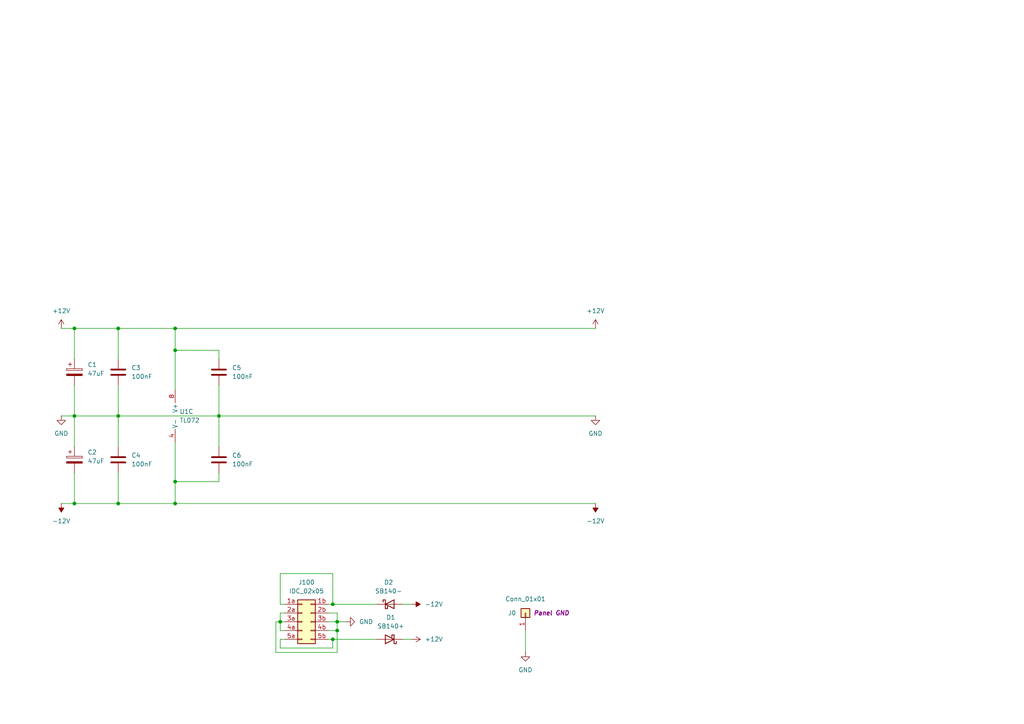
<source format=kicad_sch>
(kicad_sch (version 20231120) (generator "eeschema") (generator_version "8.0")
  (paper "A4")
  (title_block (title "Power Distribution") (company "DMH Instruments") (comment 1 "PCB for 5 cm Kosmo format synthesizer module"))
  (lib_symbols
    (symbol "Amplifier_Operational:TL072" (pin_names (offset 0.127))
      (property "Reference" "U" (at 0 5.08 0))
      (property "Value" "TL072" (at 0 -5.08 0))
      (symbol "TL072_1_1"
        (polyline (pts (xy -5.08 5.08) (xy 5.08 0) (xy -5.08 -5.08) (xy -5.08 5.08)) (stroke (width 0.254)) (fill (type background)))
        (pin output line (at 7.62 0 180) (length 2.54) (name "~") (number "1"))
        (pin input line (at -7.62 -2.54 0) (length 2.54) (name "-") (number "2"))
        (pin input line (at -7.62 2.54 0) (length 2.54) (name "+") (number "3"))
      )
      (symbol "TL072_2_1"
        (polyline (pts (xy -5.08 5.08) (xy 5.08 0) (xy -5.08 -5.08) (xy -5.08 5.08)) (stroke (width 0.254)) (fill (type background)))
        (pin input line (at -7.62 2.54 0) (length 2.54) (name "+") (number "5"))
        (pin input line (at -7.62 -2.54 0) (length 2.54) (name "-") (number "6"))
        (pin output line (at 7.62 0 180) (length 2.54) (name "~") (number "7"))
      )
      (symbol "TL072_3_1"
        (pin power_in line (at -2.54 -7.62 90) (length 3.81) (name "V-") (number "4"))
        (pin power_in line (at -2.54 7.62 270) (length 3.81) (name "V+") (number "8"))
      )
    )
    (symbol "Connector_Generic:Conn_01x01" (pin_names (offset 1.016) hide)
      (property "Reference" "J" (at 0 2.54 0))
      (property "Value" "Conn_01x01" (at 0 -2.54 0))
      (symbol "Conn_01x01_1_1"
        (rectangle (start -1.27 0.127) (end 0 -0.127) (stroke (width 0.1524)))
        (rectangle (start -1.27 1.27) (end 1.27 -1.27) (stroke (width 0.254)) (fill (type background)))
        (pin passive line (at -5.08 0 0) (length 3.81) (name "Pin_1") (number "1"))
      )
    )
    (symbol "Device:C" (pin_numbers hide) (pin_names (offset 0.254))
      (property "Reference" "C" (at 0.635 2.54 0))
      (property "Value" "C" (at 0.635 -2.54 0))
      (symbol "C_0_1"
        (polyline (pts (xy -2.032 -0.762) (xy 2.032 -0.762)) (stroke (width 0.508)))
        (polyline (pts (xy -2.032 0.762) (xy 2.032 0.762)) (stroke (width 0.508)))
      )
      (symbol "C_1_1"
        (pin passive line (at 0 3.81 270) (length 2.794) (name "~") (number "1"))
        (pin passive line (at 0 -3.81 90) (length 2.794) (name "~") (number "2"))
      )
    )
    (symbol "Device:C_Polarized" (pin_numbers hide) (pin_names (offset 0.254))
      (property "Reference" "C" (at 0.635 2.54 0))
      (property "Value" "C_Polarized" (at 0.635 -2.54 0))
      (symbol "C_Polarized_0_1"
        (rectangle (start -2.286 0.508) (end 2.286 1.016))
        (polyline (pts (xy -1.778 2.286) (xy -0.762 2.286)))
        (polyline (pts (xy -1.27 2.794) (xy -1.27 1.778)))
        (rectangle (start 2.286 -0.508) (end -2.286 -1.016) (fill (type outline)))
      )
      (symbol "C_Polarized_1_1"
        (pin passive line (at 0 3.81 270) (length 2.794) (name "~") (number "1"))
        (pin passive line (at 0 -3.81 90) (length 2.794) (name "~") (number "2"))
      )
    )
    (symbol "SynthStuff:Eurorack_Power_Connector_10Pin" (pin_names (offset 1.016) hide)
      (property "Reference" "J" (at 0 -10.922 0))
      (property "Value" "IDC_02x05" (at 0 -8.382 0))
      (symbol "Eurorack_Power_Connector_10Pin_1_1"
        (rectangle (start -2.54 -4.953) (end -1.27 -5.207) (stroke (width 0.1524)))
        (rectangle (start -2.54 -2.413) (end -1.27 -2.667) (stroke (width 0.1524)))
        (rectangle (start -2.54 0.127) (end -1.27 -0.127) (stroke (width 0.1524)))
        (rectangle (start -2.54 2.667) (end -1.27 2.413) (stroke (width 0.1524)))
        (rectangle (start -2.54 5.207) (end -1.27 4.953) (stroke (width 0.1524)))
        (rectangle (start -2.54 6.35) (end 2.54 -6.35) (stroke (width 0.254)) (fill (type background)))
        (rectangle (start 2.54 -4.953) (end 1.27 -5.207) (stroke (width 0.1524)))
        (rectangle (start 2.54 -2.413) (end 1.27 -2.667) (stroke (width 0.1524)))
        (rectangle (start 2.54 0.127) (end 1.27 -0.127) (stroke (width 0.1524)))
        (rectangle (start 2.54 2.667) (end 1.27 2.413) (stroke (width 0.1524)))
        (rectangle (start 2.54 5.207) (end 1.27 4.953) (stroke (width 0.1524)))
        (pin power_out line (at -6.35 5.08 0) (length 3.81) (name "Pin_1a") (number "1a"))
        (pin passive line (at 6.35 5.08 180) (length 3.81) (name "Pin_1b") (number "1b"))
        (pin power_out line (at -6.35 2.54 0) (length 3.81) (name "Pin_2a") (number "2a"))
        (pin passive line (at 6.35 2.54 180) (length 3.81) (name "Pin_2b") (number "2b"))
        (pin passive line (at -6.35 0 0) (length 3.81) (name "Pin_3a") (number "3a"))
        (pin passive line (at 6.35 0 180) (length 3.81) (name "Pin_3b") (number "3b"))
        (pin passive line (at -6.35 -2.54 0) (length 3.81) (name "Pin_4a") (number "4a"))
        (pin passive line (at 6.35 -2.54 180) (length 3.81) (name "Pin_4b") (number "4b"))
        (pin power_out line (at -6.35 -5.08 0) (length 3.81) (name "Pin_5a") (number "5a"))
        (pin passive line (at 6.35 -5.08 180) (length 3.81) (name "Pin_5b") (number "5b"))
      )
    )
    (symbol "SynthStuff:Power_Bus_Schotty_+" (pin_numbers hide) (pin_names (offset 1.016) hide)
      (property "Reference" "D" (at 0 2.54 0))
      (property "Value" "SB140+" (at 0 -2.54 0))
      (symbol "Power_Bus_Schotty_+_0_1"
        (polyline (pts (xy 1.27 0) (xy -1.27 0)))
        (polyline (pts (xy 1.27 1.27) (xy 1.27 -1.27) (xy -1.27 0) (xy 1.27 1.27)) (stroke (width 0.254)))
        (polyline (pts (xy -1.905 0.635) (xy -1.905 1.27) (xy -1.27 1.27) (xy -1.27 -1.27) (xy -0.635 -1.27) (xy -0.635 -0.635)) (stroke (width 0.254)))
      )
      (symbol "Power_Bus_Schotty_+_1_1"
        (pin power_out line (at -3.81 0 0) (length 2.54) (name "K") (number "1"))
        (pin power_in line (at 3.81 0 180) (length 2.54) (name "A") (number "2"))
      )
    )
    (symbol "SynthStuff:Power_Bus_Schotty_-" (pin_numbers hide) (pin_names (offset 1.016) hide)
      (property "Reference" "D" (at 0 2.54 0))
      (property "Value" "SB140-" (at 0 -2.54 0))
      (symbol "Power_Bus_Schotty_-_0_1"
        (polyline (pts (xy 1.27 0) (xy -1.27 0)))
        (polyline (pts (xy 1.27 1.27) (xy 1.27 -1.27) (xy -1.27 0) (xy 1.27 1.27)) (stroke (width 0.254)))
        (polyline (pts (xy -1.905 0.635) (xy -1.905 1.27) (xy -1.27 1.27) (xy -1.27 -1.27) (xy -0.635 -1.27) (xy -0.635 -0.635)) (stroke (width 0.254)))
      )
      (symbol "Power_Bus_Schotty_-_1_1"
        (pin power_in line (at -3.81 0 0) (length 2.54) (name "K") (number "1"))
        (pin power_out line (at 3.81 0 180) (length 2.54) (name "A") (number "2"))
      )
    )
    (symbol "power:+12V" (power) (pin_numbers hide) (pin_names (offset 0) hide)
      (property "Value" "+12V" (at 0 3.556 0))
      (symbol "+12V_0_1"
        (polyline (pts (xy -0.762 1.27) (xy 0 2.54)))
        (polyline (pts (xy 0 0) (xy 0 2.54)))
        (polyline (pts (xy 0 2.54) (xy 0.762 1.27)))
      )
      (symbol "+12V_1_1"
        (pin power_in line (at 0 0 90) (length 0) (name "~") (number "1"))
      )
    )
    (symbol "power:-12V" (power) (pin_numbers hide) (pin_names (offset 0) hide)
      (property "Value" "-12V" (at 0 3.556 0))
      (symbol "-12V_0_0"
        (pin power_in line (at 0 0 90) (length 0) (name "~") (number "1"))
      )
      (symbol "-12V_0_1"
        (polyline (pts (xy 0 0) (xy 0 1.27) (xy 0.762 1.27) (xy 0 2.54) (xy -0.762 1.27) (xy 0 1.27)) (fill (type outline)))
      )
    )
    (symbol "power:GND" (power) (pin_numbers hide) (pin_names (offset 0) hide)
      (property "Value" "GND" (at 0 -3.81 0))
      (symbol "GND_0_1"
        (polyline (pts (xy 0 0) (xy 0 -1.27) (xy 1.27 -1.27) (xy 0 -2.54) (xy -1.27 -1.27) (xy 0 -1.27)))
      )
      (symbol "GND_1_1"
        (pin power_in line (at 0 0 270) (length 0) (name "~") (number "1"))
      )
    )
  )
  (junction (at 50.8 101.6))
  (junction (at 81.28 180.34))
  (junction (at 97.79 180.34))
  (junction (at 34.29 146.05))
  (junction (at 21.59 95.25))
  (junction (at 34.29 95.25))
  (junction (at 96.52 175.26))
  (junction (at 97.79 182.88))
  (junction (at 21.59 146.05))
  (junction (at 63.5 120.65))
  (junction (at 96.52 185.42))
  (junction (at 50.8 95.25))
  (junction (at 21.59 120.65))
  (junction (at 34.29 120.65))
  (junction (at 50.8 139.7))
  (junction (at 50.8 146.05))
  (wire (pts (xy 96.52 175.26) (xy 109.22 175.26)))
  (wire (pts (xy 81.28 166.37) (xy 96.52 166.37)))
  (wire (pts (xy 50.8 146.05) (xy 172.72 146.05)))
  (wire (pts (xy 81.28 180.34) (xy 80.01 180.34)))
  (wire (pts (xy 63.5 120.65) (xy 172.72 120.65)))
  (wire (pts (xy 50.8 139.7) (xy 50.8 146.05)))
  (wire (pts (xy 95.25 185.42) (xy 96.52 185.42)))
  (wire (pts (xy 17.78 120.65) (xy 21.59 120.65)))
  (wire (pts (xy 21.59 120.65) (xy 34.29 120.65)))
  (wire (pts (xy 81.28 177.8) (xy 82.55 177.8)))
  (wire (pts (xy 21.59 146.05) (xy 34.29 146.05)))
  (wire (pts (xy 95.25 180.34) (xy 97.79 180.34)))
  (wire (pts (xy 97.79 189.23) (xy 97.79 182.88)))
  (wire (pts (xy 116.84 185.42) (xy 119.38 185.42)))
  (wire (pts (xy 50.8 101.6) (xy 63.5 101.6)))
  (wire (pts (xy 82.55 182.88) (xy 81.28 182.88)))
  (wire (pts (xy 81.28 175.26) (xy 81.28 166.37)))
  (wire (pts (xy 21.59 95.25) (xy 21.59 104.14)))
  (wire (pts (xy 50.8 101.6) (xy 50.8 113.03)))
  (wire (pts (xy 34.29 95.25) (xy 50.8 95.25)))
  (wire (pts (xy 96.52 166.37) (xy 96.52 175.26)))
  (wire (pts (xy 17.78 95.25) (xy 21.59 95.25)))
  (wire (pts (xy 152.4 182.88) (xy 152.4 189.23)))
  (wire (pts (xy 81.28 182.88) (xy 81.28 180.34)))
  (wire (pts (xy 63.5 120.65) (xy 63.5 129.54)))
  (wire (pts (xy 21.59 95.25) (xy 34.29 95.25)))
  (wire (pts (xy 63.5 139.7) (xy 50.8 139.7)))
  (wire (pts (xy 63.5 111.76) (xy 63.5 120.65)))
  (wire (pts (xy 34.29 95.25) (xy 34.29 104.14)))
  (wire (pts (xy 82.55 175.26) (xy 81.28 175.26)))
  (wire (pts (xy 50.8 95.25) (xy 172.72 95.25)))
  (wire (pts (xy 97.79 177.8) (xy 97.79 180.34)))
  (wire (pts (xy 21.59 111.76) (xy 21.59 120.65)))
  (wire (pts (xy 82.55 185.42) (xy 81.28 185.42)))
  (wire (pts (xy 116.84 175.26) (xy 119.38 175.26)))
  (wire (pts (xy 21.59 120.65) (xy 21.59 129.54)))
  (wire (pts (xy 81.28 185.42) (xy 81.28 187.96)))
  (wire (pts (xy 95.25 182.88) (xy 97.79 182.88)))
  (wire (pts (xy 95.25 177.8) (xy 97.79 177.8)))
  (wire (pts (xy 50.8 95.25) (xy 50.8 101.6)))
  (wire (pts (xy 34.29 120.65) (xy 63.5 120.65)))
  (wire (pts (xy 81.28 180.34) (xy 82.55 180.34)))
  (wire (pts (xy 34.29 137.16) (xy 34.29 146.05)))
  (wire (pts (xy 63.5 137.16) (xy 63.5 139.7)))
  (wire (pts (xy 81.28 187.96) (xy 96.52 187.96)))
  (wire (pts (xy 63.5 104.14) (xy 63.5 101.6)))
  (wire (pts (xy 97.79 180.34) (xy 100.33 180.34)))
  (wire (pts (xy 34.29 111.76) (xy 34.29 120.65)))
  (wire (pts (xy 80.01 189.23) (xy 97.79 189.23)))
  (wire (pts (xy 80.01 180.34) (xy 80.01 189.23)))
  (wire (pts (xy 21.59 137.16) (xy 21.59 146.05)))
  (wire (pts (xy 96.52 187.96) (xy 96.52 185.42)))
  (wire (pts (xy 97.79 182.88) (xy 97.79 180.34)))
  (wire (pts (xy 50.8 128.27) (xy 50.8 139.7)))
  (wire (pts (xy 17.78 146.05) (xy 21.59 146.05)))
  (wire (pts (xy 81.28 180.34) (xy 81.28 177.8)))
  (wire (pts (xy 95.25 175.26) (xy 96.52 175.26)))
  (wire (pts (xy 96.52 185.42) (xy 109.22 185.42)))
  (wire (pts (xy 34.29 120.65) (xy 34.29 129.54)))
  (wire (pts (xy 34.29 146.05) (xy 50.8 146.05)))
  (symbol (lib_id "Device:C") (at 63.5 133.35 0) (unit 1)
    (property "Reference" "C6" (at 67.31 132.0799 0) (effects (justify left)))
    (property "Value" "100nF" (at 67.31 134.6199 0) (effects (justify left)))
    (property "Footprint" "Capacitor_THT:C_Disc_D4.3mm_W1.9mm_P5.00mm" (effects (hide yes)))
    (property "Description" "Unpolarized capacitor" (effects (hide yes)))
  )
  (symbol (lib_id "Device:C") (at 34.29 107.95 0) (unit 1)
    (property "Reference" "C3" (at 38.1 106.6799 0) (effects (justify left)))
    (property "Value" "100nF" (at 38.1 109.2199 0) (effects (justify left)))
    (property "Footprint" "Capacitor_THT:C_Disc_D4.3mm_W1.9mm_P5.00mm" (effects (hide yes)))
    (property "Description" "Unpolarized capacitor" (effects (hide yes)))
  )
  (symbol (lib_id "Device:C_Polarized") (at 21.59 133.35 0) (unit 1)
    (property "Reference" "C2" (at 25.4 131.1909 0) (effects (justify left)))
    (property "Value" "47uF" (at 25.4 133.7309 0) (effects (justify left)))
    (property "Footprint" "Capacitor_THT:CP_Radial_D5.0mm_P2.00mm" (effects (hide yes)))
    (property "Description" "Polarized capacitor" (effects (hide yes)))
  )
  (symbol (lib_id "Connector_Generic:Conn_01x01") (at 152.4 177.8 90) (unit 1)
    (property "Reference" "J0" (at 147.32 177.8 90) (effects (justify right)))
    (property "Value" "Conn_01x01" (at 152.4 173.736 90))
    (property "Footprint" "Connector_PinHeader_2.54mm:PinHeader_1x01_P2.54mm_Vertical" (effects (hide yes)))
    (property "Description" "Generic connector, single row, 01x01, script generated (kicad-library-utils/schlib/autogen/connector/)" (effects (hide yes)))
    (property "Function" "Panel GND" (at 160.02 177.8 90) (effects (font (thickness 0.254) (bold yes) (italic yes))))
  )
  (symbol (lib_id "power:+12V") (at 17.78 95.25 0) (unit 1)
    (property "Reference" "#PWR013" (effects (hide yes)))
    (property "Value" "+12V" (at 17.78 90.17 0))
    (property "Description" "Power symbol creates a global label with name \"+12V\"" (effects (hide yes)))
  )
  (symbol (lib_id "power:-12V") (at 119.38 175.26 270) (unit 1)
    (property "Reference" "#PWR05" (effects (hide yes)))
    (property "Value" "-12V" (at 123.19 175.2599 90) (effects (justify left)))
    (property "Description" "Power symbol creates a global label with name \"-12V\"" (effects (hide yes)))
  )
  (symbol (lib_id "power:-12V") (at 17.78 146.05 180) (unit 1)
    (property "Reference" "#PWR017" (effects (hide yes)))
    (property "Value" "-12V" (at 17.78 151.13 0))
    (property "Description" "Power symbol creates a global label with name \"-12V\"" (effects (hide yes)))
  )
  (symbol (lib_id "SynthStuff:Eurorack_Power_Connector_10Pin") (at 88.9 180.34 0) (unit 1)
    (property "Reference" "J100" (at 88.9 168.91 0))
    (property "Value" "IDC_02x05" (at 88.9 171.45 0))
    (property "Footprint" "SynthStuff:IDC-Header_2x05_P2.54mm_Vertical_Eurorack" (effects (hide yes)))
    (property "Description" "IDC jack, 2x5 pins, row a carries same signals as row b." (effects (hide yes)))
  )
  (symbol (lib_id "power:GND") (at 152.4 189.23 0) (unit 1)
    (property "Reference" "#PWR08" (effects (hide yes)))
    (property "Value" "GND" (at 152.4 194.31 0))
    (property "Description" "Power symbol creates a global label with name \"GND\" , ground" (effects (hide yes)))
  )
  (symbol (lib_id "Device:C") (at 34.29 133.35 0) (unit 1)
    (property "Reference" "C4" (at 38.1 132.0799 0) (effects (justify left)))
    (property "Value" "100nF" (at 38.1 134.6199 0) (effects (justify left)))
    (property "Footprint" "Capacitor_THT:C_Disc_D4.3mm_W1.9mm_P5.00mm" (effects (hide yes)))
    (property "Description" "Unpolarized capacitor" (effects (hide yes)))
  )
  (symbol (lib_id "power:GND") (at 17.78 120.65 0) (unit 1)
    (property "Reference" "#PWR015" (effects (hide yes)))
    (property "Value" "GND" (at 17.78 125.73 0))
    (property "Description" "Power symbol creates a global label with name \"GND\" , ground" (effects (hide yes)))
  )
  (symbol (lib_id "power:+12V") (at 172.72 95.25 0) (unit 1)
    (property "Reference" "#PWR014" (effects (hide yes)))
    (property "Value" "+12V" (at 172.72 90.17 0))
    (property "Description" "Power symbol creates a global label with name \"+12V\"" (effects (hide yes)))
  )
  (symbol (lib_id "power:GND") (at 172.72 120.65 0) (unit 1)
    (property "Reference" "#PWR016" (effects (hide yes)))
    (property "Value" "GND" (at 172.72 125.73 0))
    (property "Description" "Power symbol creates a global label with name \"GND\" , ground" (effects (hide yes)))
  )
  (symbol (lib_id "SynthStuff:Power_Bus_Schotty_+") (at 113.03 185.42 180) (unit 1)
    (property "Reference" "D1" (at 113.3475 179.07 0))
    (property "Value" "SB140+" (at 113.3475 181.61 0))
    (property "Footprint" "Diode_THT:D_DO-41_SOD81_P10.16mm_Horizontal" (effects (hide yes)))
    (property "Datasheet" "http://www.diodes.com/_files/datasheets/ds23022.pdf" (effects (hide yes)))
    (property "Description" "40V 1A Schottky Barrier Rectifier Diode, DO-41" (effects (hide yes)))
  )
  (symbol (lib_id "Device:C") (at 63.5 107.95 0) (unit 1)
    (property "Reference" "C5" (at 67.31 106.6799 0) (effects (justify left)))
    (property "Value" "100nF" (at 67.31 109.2199 0) (effects (justify left)))
    (property "Footprint" "Capacitor_THT:C_Disc_D4.3mm_W1.9mm_P5.00mm" (effects (hide yes)))
    (property "Description" "Unpolarized capacitor" (effects (hide yes)))
  )
  (symbol (lib_id "Amplifier_Operational:TL072") (at 53.34 120.65 0) (unit 3)
    (property "Reference" "U1" (at 52.07 119.3799 0) (effects (justify left)))
    (property "Value" "TL072" (at 52.07 121.9199 0) (effects (justify left)))
    (property "Footprint" "Package_DIP:DIP-8_W7.62mm_Socket" (effects (hide yes)))
    (property "Datasheet" "http://www.ti.com/lit/ds/symlink/tl071.pdf" (effects (hide yes)))
    (property "Description" "Dual Low-Noise JFET-Input Operational Amplifiers, DIP-8/SOIC-8" (effects (hide yes)))
  )
  (symbol (lib_id "power:+12V") (at 119.38 185.42 270) (unit 1)
    (property "Reference" "#PWR06" (effects (hide yes)))
    (property "Value" "+12V" (at 123.19 185.4199 90) (effects (justify left)))
    (property "Description" "Power symbol creates a global label with name \"+12V\"" (effects (hide yes)))
  )
  (symbol (lib_id "Device:C_Polarized") (at 21.59 107.95 0) (unit 1)
    (property "Reference" "C1" (at 25.4 105.7909 0) (effects (justify left)))
    (property "Value" "47uF" (at 25.4 108.3309 0) (effects (justify left)))
    (property "Footprint" "Capacitor_THT:CP_Radial_D5.0mm_P2.00mm" (effects (hide yes)))
    (property "Description" "Polarized capacitor" (effects (hide yes)))
  )
  (symbol (lib_id "power:-12V") (at 172.72 146.05 180) (unit 1)
    (property "Reference" "#PWR018" (effects (hide yes)))
    (property "Value" "-12V" (at 172.72 151.13 0))
    (property "Description" "Power symbol creates a global label with name \"-12V\"" (effects (hide yes)))
  )
  (symbol (lib_id "SynthStuff:Power_Bus_Schotty_-") (at 113.03 175.26 0) (unit 1)
    (property "Reference" "D2" (at 112.7125 168.91 0))
    (property "Value" "SB140-" (at 112.7125 171.45 0))
    (property "Footprint" "Diode_THT:D_DO-41_SOD81_P10.16mm_Horizontal" (effects (hide yes)))
    (property "Datasheet" "http://www.diodes.com/_files/datasheets/ds23022.pdf" (effects (hide yes)))
    (property "Description" "40V 1A Schottky Barrier Rectifier Diode, DO-41" (effects (hide yes)))
  )
  (symbol (lib_id "power:GND") (at 100.33 180.34 90) (unit 1)
    (property "Reference" "#PWR07" (effects (hide yes)))
    (property "Value" "GND" (at 104.14 180.3399 90) (effects (justify right)))
    (property "Description" "Power symbol creates a global label with name \"GND\" , ground" (effects (hide yes)))
  )
)
</source>
